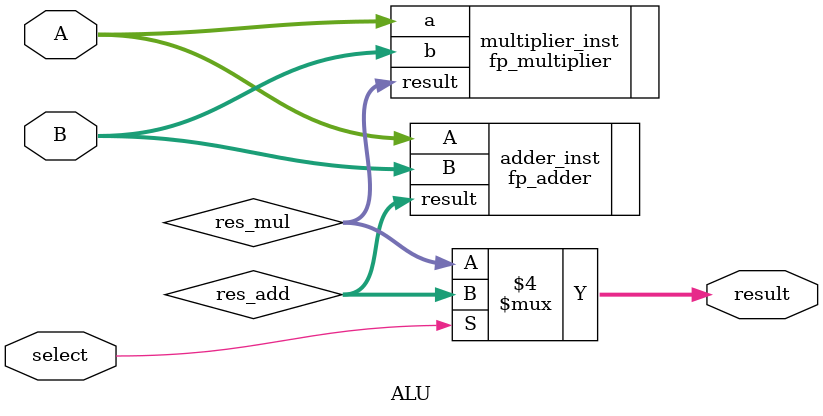
<source format=v>
module ALU (
    input signed [31:0] A,
    input signed [31:0] B,
    input select,
    output reg signed [31:0] result
  );


  wire signed [31:0] res_add;
  wire signed [31:0] res_mul;

  fp_adder adder_inst (
             .A(A),
             .B(B),
             .result(res_add)
           );

  fp_multiplier multiplier_inst (
                  .a(A),
                  .b(B),
                  .result(res_mul)
                );


  always @(*)
  begin
    if (select == 1)
    begin
      result = res_add;
    end
    else
    begin
      result = res_mul;
    end
  end

endmodule

</source>
